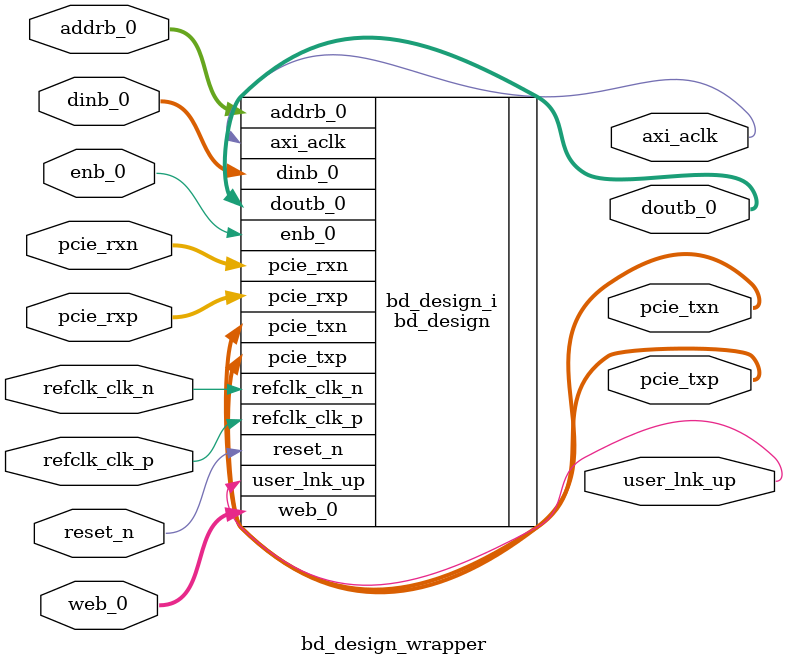
<source format=v>
`timescale 1 ps / 1 ps

module bd_design_wrapper
   (addrb_0,
    axi_aclk,
    dinb_0,
    doutb_0,
    enb_0,
    pcie_rxn,
    pcie_rxp,
    pcie_txn,
    pcie_txp,
    refclk_clk_n,
    refclk_clk_p,
    reset_n,
    user_lnk_up,
    web_0);
  input [31:0]addrb_0;
  output axi_aclk;
  input [63:0]dinb_0;
  output [63:0]doutb_0;
  input enb_0;
  input [7:0]pcie_rxn;
  input [7:0]pcie_rxp;
  output [7:0]pcie_txn;
  output [7:0]pcie_txp;
  input [0:0]refclk_clk_n;
  input [0:0]refclk_clk_p;
  input reset_n;
  output user_lnk_up;
  input [7:0]web_0;

  wire [31:0]addrb_0;
  wire axi_aclk;
  wire [63:0]dinb_0;
  wire [63:0]doutb_0;
  wire enb_0;
  wire [7:0]pcie_rxn;
  wire [7:0]pcie_rxp;
  wire [7:0]pcie_txn;
  wire [7:0]pcie_txp;
  wire [0:0]refclk_clk_n;
  wire [0:0]refclk_clk_p;
  wire reset_n;
  wire user_lnk_up;
  wire [7:0]web_0;

  bd_design bd_design_i
       (.addrb_0(addrb_0),
        .axi_aclk(axi_aclk),
        .dinb_0(dinb_0),
        .doutb_0(doutb_0),
        .enb_0(enb_0),
        .pcie_rxn(pcie_rxn),
        .pcie_rxp(pcie_rxp),
        .pcie_txn(pcie_txn),
        .pcie_txp(pcie_txp),
        .refclk_clk_n(refclk_clk_n),
        .refclk_clk_p(refclk_clk_p),
        .reset_n(reset_n),
        .user_lnk_up(user_lnk_up),
        .web_0(web_0));
endmodule

</source>
